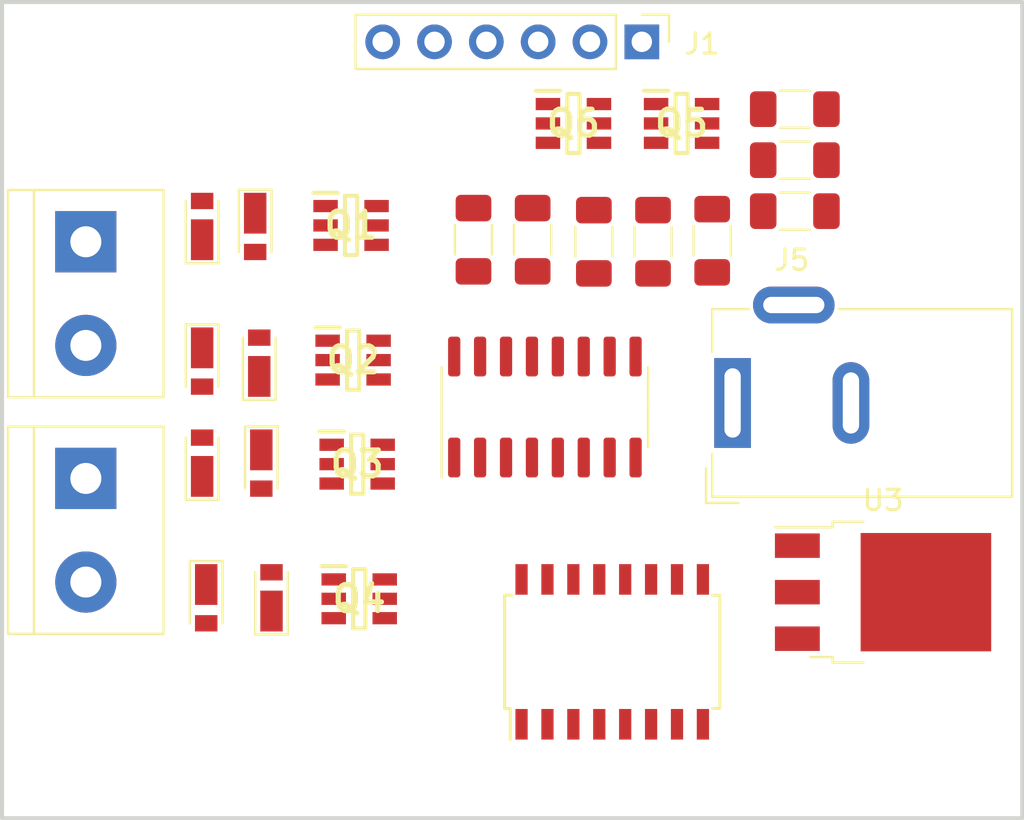
<source format=kicad_pcb>
(kicad_pcb (version 20240108) (generator "pcbnew") (generator_version "8.0")
  (layers (0 "F.Cu" signal) (31 "B.Cu" signal) (34 "B.Paste" user) (35 "F.Paste" user) (36 "B.SilkS" user "B.Silkscreen") (37 "F.SilkS" user "F.Silkscreen") (38 "B.Mask" user) (39 "F.Mask" user) (44 "Edge.Cuts" user))
  (net 0 "")
  (net 1 "+12V")
  (net 2 "Earth")
  (net 3 "Net-(D1-A)")
  (net 4 "Net-(D3-A)")
  (net 5 "Net-(D5-A)")
  (net 6 "Net-(D7-A)")
  (net 7 "Net-(J1-Pin_1)")
  (net 8 "Net-(J1-Pin_4)")
  (net 9 "Net-(J1-Pin_2)")
  (net 10 "Net-(J1-Pin_3)")
  (net 11 "Net-(J1-Pin_5)")
  (net 12 "Net-(Q1-B2)")
  (net 13 "Net-(Q1-B1)")
  (net 14 "Net-(Q2-B2)")
  (net 15 "Net-(Q2-B1)")
  (net 16 "Net-(Q3-B1)")
  (net 17 "Net-(Q3-B2)")
  (net 18 "Net-(RN1-R7.2)")
  (net 19 "Net-(RN1-R1.2)")
  (net 20 "Net-(RN1-R5.2)")
  (net 21 "Net-(RN1-R3.2)")
  (net 28 "Net-(Q4-B2)")
  (net 29 "Net-(Q4-B1)")
  (net 30 "Net-(Q5-C1)")
  (net 31 "Net-(Q5-C2)")
  (net 32 "Net-(Q5-B1)")
  (net 33 "Net-(Q5-B2)")
  (net 34 "Net-(Q6-C1)")
  (net 35 "Net-(Q6-B2)")
  (net 36 "Net-(Q6-B1)")
  (net 37 "Net-(Q6-C2)")
  (footprint "Package_SO:SOIC-16_3.9x9.9mm_P1.27mm" (layer "F.Cu") (at 96.3 89.7 90)
    (property "Reference" "U1" (hide yes))
    (property "Value" "4028" (hide yes))
    (fp_line (start 0 -5.06) (end 1.95 -5.06) (stroke (width 0.12)) (layer "F.SilkS"))
    (fp_line (start 0 -5.06) (end -3.45 -5.06) (stroke (width 0.12)) (layer "F.SilkS"))
    (fp_line (start 0 5.06) (end 1.95 5.06) (stroke (width 0.12)) (layer "F.SilkS"))
    (fp_line (start 0 5.06) (end -1.95 5.06) (stroke (width 0.12)) (layer "F.SilkS"))
    (pad "1" smd roundrect (at -2.475 -4.445 90) (size 1.95 0.6) (layers "F.Cu" "F.Paste" "F.Mask"))
    (pad "2" smd roundrect (at -2.475 -3.175 90) (size 1.95 0.6) (layers "F.Cu" "F.Paste" "F.Mask") (net 21 "Net-(RN1-R3.2)"))
    (pad "3" smd roundrect (at -2.475 -1.905 90) (size 1.95 0.6) (layers "F.Cu" "F.Paste" "F.Mask") (net 18 "Net-(RN1-R7.2)"))
    (pad "4" smd roundrect (at -2.475 -0.635 90) (size 1.95 0.6) (layers "F.Cu" "F.Paste" "F.Mask"))
    (pad "5" smd roundrect (at -2.475 0.635 90) (size 1.95 0.6) (layers "F.Cu" "F.Paste" "F.Mask"))
    (pad "6" smd roundrect (at -2.475 1.905 90) (size 1.95 0.6) (layers "F.Cu" "F.Paste" "F.Mask"))
    (pad "7" smd roundrect (at -2.475 3.175 90) (size 1.95 0.6) (layers "F.Cu" "F.Paste" "F.Mask"))
    (pad "8" smd roundrect (at -2.475 4.445 90) (size 1.95 0.6) (layers "F.Cu" "F.Paste" "F.Mask") (net 2 "Earth"))
    (pad "9" smd roundrect (at 2.475 4.445 90) (size 1.95 0.6) (layers "F.Cu" "F.Paste" "F.Mask"))
    (pad "10" smd roundrect (at 2.475 3.175 90) (size 1.95 0.6) (layers "F.Cu" "F.Paste" "F.Mask") (net 30 "Net-(Q5-C1)"))
    (pad "11" smd roundrect (at 2.475 1.905 90) (size 1.95 0.6) (layers "F.Cu" "F.Paste" "F.Mask") (net 37 "Net-(Q6-C2)"))
    (pad "12" smd roundrect (at 2.475 0.635 90) (size 1.95 0.6) (layers "F.Cu" "F.Paste" "F.Mask") (net 34 "Net-(Q6-C1)"))
    (pad "13" smd roundrect (at 2.475 -0.635 90) (size 1.95 0.6) (layers "F.Cu" "F.Paste" "F.Mask") (net 31 "Net-(Q5-C2)"))
    (pad "14" smd roundrect (at 2.475 -1.905 90) (size 1.95 0.6) (layers "F.Cu" "F.Paste" "F.Mask") (net 20 "Net-(RN1-R5.2)"))
    (pad "15" smd roundrect (at 2.475 -3.175 90) (size 1.95 0.6) (layers "F.Cu" "F.Paste" "F.Mask") (net 19 "Net-(RN1-R1.2)"))
    (pad "16" smd roundrect (at 2.475 -4.445 90) (size 1.95 0.6) (layers "F.Cu" "F.Paste" "F.Mask") (net 1 "+12V"))
  )
  (footprint "Package_TO_SOT_SMD:TO-252-3_TabPin2" (layer "F.Cu") (at 112.875 98.775)
    (property "Reference" "U3" (at 0 -4.5 0) (layer "F.SilkS"))
    (property "Value" "L7805" (hide yes))
    (fp_line (start -2.47 -3.45) (end -2.47 -3.18) (stroke (width 0.12)) (layer "F.SilkS"))
    (fp_line (start -2.47 -3.18) (end -5.3 -3.18) (stroke (width 0.12)) (layer "F.SilkS"))
    (fp_line (start -2.47 3.18) (end -3.57 3.18) (stroke (width 0.12)) (layer "F.SilkS"))
    (fp_line (start -2.47 3.45) (end -2.47 3.18) (stroke (width 0.12)) (layer "F.SilkS"))
    (fp_line (start -0.97 -3.45) (end -2.47 -3.45) (stroke (width 0.12)) (layer "F.SilkS"))
    (fp_line (start -0.97 3.45) (end -2.47 3.45) (stroke (width 0.12)) (layer "F.SilkS"))
    (pad "1" smd rect (at -4.2 -2.28) (size 2.2 1.2) (layers "F.Cu" "F.Paste" "F.Mask") (net 1 "+12V"))
    (pad "2" smd rect (at -4.2 0) (size 2.2 1.2) (layers "F.Cu" "F.Paste" "F.Mask") (net 2 "Earth"))
    (pad "2" smd rect (at 2.1 0) (size 6.4 5.8) (layers "F.Cu" "F.Mask") (net 2 "Earth"))
    (pad "3" smd rect (at -4.2 2.28) (size 2.2 1.2) (layers "F.Cu" "F.Paste" "F.Mask") (net 11 "Net-(J1-Pin_5)"))
  )
  (footprint "SamacSys_Parts:SOT95P280X110-6N" (layer "F.Cu") (at 103 75.8)
    (property "Reference" "Q5" (at 0 0 0) (layer "F.SilkS") (effects (font (size 1.27 1.27) (thickness 0.254))))
    (property "Value" "FMBM5551" (hide yes))
    (fp_line (start -1.85 -1.6) (end -0.65 -1.6) (stroke (width 0.2)) (layer "F.SilkS"))
    (fp_line (start -0.3 -1.45) (end 0.3 -1.45) (stroke (width 0.2)) (layer "F.SilkS"))
    (fp_line (start -0.3 1.45) (end -0.3 -1.45) (stroke (width 0.2)) (layer "F.SilkS"))
    (fp_line (start 0.3 -1.45) (end 0.3 1.45) (stroke (width 0.2)) (layer "F.SilkS"))
    (fp_line (start 0.3 1.45) (end -0.3 1.45) (stroke (width 0.2)) (layer "F.SilkS"))
    (pad "1" smd rect (at -1.25 -0.95 90) (size 0.6 1.2) (layers "F.Cu" "F.Paste" "F.Mask") (net 32 "Net-(Q5-B1)"))
    (pad "2" smd rect (at -1.25 0 90) (size 0.6 1.2) (layers "F.Cu" "F.Paste" "F.Mask") (net 2 "Earth"))
    (pad "3" smd rect (at -1.25 0.95 90) (size 0.6 1.2) (layers "F.Cu" "F.Paste" "F.Mask") (net 33 "Net-(Q5-B2)"))
    (pad "4" smd rect (at 1.25 0.95 90) (size 0.6 1.2) (layers "F.Cu" "F.Paste" "F.Mask") (net 31 "Net-(Q5-C2)"))
    (pad "5" smd rect (at 1.25 0 90) (size 0.6 1.2) (layers "F.Cu" "F.Paste" "F.Mask") (net 2 "Earth"))
    (pad "6" smd rect (at 1.25 -0.95 90) (size 0.6 1.2) (layers "F.Cu" "F.Paste" "F.Mask") (net 30 "Net-(Q5-C1)"))
  )
  (footprint "Diode_SMD:D_TUMD2" (layer "F.Cu") (at 82.3 87.55 90)
    (property "Reference" "D3" (hide yes))
    (property "Value" "1N4149" (hide yes))
    (fp_line (start -1.8 -0.8) (end 1.25 -0.8) (stroke (width 0.12)) (layer "F.SilkS"))
    (fp_line (start 1.25 0.8) (end -1.8 0.8) (stroke (width 0.12)) (layer "F.SilkS"))
    (fp_line (start -1.8 0.8) (end -1.8 -0.8) (stroke (width 0.12)) (layer "F.SilkS"))
    (pad "1" smd rect (at -0.65 0 270) (size 2 1.1) (layers "F.Cu" "F.Paste" "F.Mask") (net 1 "+12V"))
    (pad "2" smd rect (at 1.25 0 270) (size 0.8 1.1) (layers "F.Cu" "F.Paste" "F.Mask") (net 4 "Net-(D3-A)"))
  )
  (footprint "Diode_SMD:D_TUMD2" (layer "F.Cu") (at 82.4 92.45 -90)
    (property "Reference" "D5" (hide yes))
    (property "Value" "1N4149" (hide yes))
    (fp_line (start -1.8 0.8) (end -1.8 -0.8) (stroke (width 0.12)) (layer "F.SilkS"))
    (fp_line (start 1.25 0.8) (end -1.8 0.8) (stroke (width 0.12)) (layer "F.SilkS"))
    (fp_line (start -1.8 -0.8) (end 1.25 -0.8) (stroke (width 0.12)) (layer "F.SilkS"))
    (pad "1" smd rect (at -0.65 0 90) (size 2 1.1) (layers "F.Cu" "F.Paste" "F.Mask") (net 1 "+12V"))
    (pad "2" smd rect (at 1.25 0 90) (size 0.8 1.1) (layers "F.Cu" "F.Paste" "F.Mask") (net 5 "Net-(D5-A)"))
  )
  (footprint "Connector_PinHeader_2.54mm:PinHeader_1x06_P2.54mm_Vertical" (layer "F.Cu") (at 101.05 71.8 -90)
    (property "Reference" "J1" (at 0.1 -2.95 180) (layer "F.SilkS"))
    (property "Value" "mcu intf")
    (fp_line (start -1.33 14.03) (end 1.33 14.03) (stroke (width 0.12)) (layer "F.SilkS"))
    (fp_line (start -1.33 1.27) (end -1.33 14.03) (stroke (width 0.12)) (layer "F.SilkS"))
    (fp_line (start -1.33 1.27) (end 1.33 1.27) (stroke (width 0.12)) (layer "F.SilkS"))
    (fp_line (start 1.33 1.27) (end 1.33 14.03) (stroke (width 0.12)) (layer "F.SilkS"))
    (fp_line (start -1.33 0) (end -1.33 -1.33) (stroke (width 0.12)) (layer "F.SilkS"))
    (fp_line (start -1.33 -1.33) (end 0 -1.33) (stroke (width 0.12)) (layer "F.SilkS"))
    (pad "1" thru_hole rect (at 0 0 270) (size 1.7 1.7) (drill 1) (layers "*.Cu" "*.Mask") (net 7 "Net-(J1-Pin_1)"))
    (pad "2" thru_hole oval (at 0 2.54 270) (size 1.7 1.7) (drill 1) (layers "*.Cu" "*.Mask") (net 9 "Net-(J1-Pin_2)"))
    (pad "3" thru_hole oval (at 0 5.08 270) (size 1.7 1.7) (drill 1) (layers "*.Cu" "*.Mask") (net 10 "Net-(J1-Pin_3)"))
    (pad "4" thru_hole oval (at 0 7.62 270) (size 1.7 1.7) (drill 1) (layers "*.Cu" "*.Mask") (net 8 "Net-(J1-Pin_4)"))
    (pad "5" thru_hole oval (at 0 10.16 270) (size 1.7 1.7) (drill 1) (layers "*.Cu" "*.Mask") (net 11 "Net-(J1-Pin_5)"))
    (pad "6" thru_hole oval (at 0 12.7 270) (size 1.7 1.7) (drill 1) (layers "*.Cu" "*.Mask") (net 2 "Earth"))
  )
  (footprint "MountingHole:MountingHole_3.2mm_M3" (layer "F.Cu") (at 73.3 106.3)
    (property "Reference" "H2" (hide yes))
    (property "Value" "MountingHole" (hide yes))
    (pad "" np_thru_hole circle (at 0 0) (size 3.2 3.2) (drill 3.2) (layers "*.Cu" "*.Mask"))
  )
  (footprint "Diode_SMD:D_TUMD2" (layer "F.Cu") (at 79.7 99.05 -90)
    (property "Reference" "D8" (hide yes))
    (property "Value" "1N4149" (hide yes))
    (fp_line (start -1.8 0.8) (end -1.8 -0.8) (stroke (width 0.12)) (layer "F.SilkS"))
    (fp_line (start 1.25 0.8) (end -1.8 0.8) (stroke (width 0.12)) (layer "F.SilkS"))
    (fp_line (start -1.8 -0.8) (end 1.25 -0.8) (stroke (width 0.12)) (layer "F.SilkS"))
    (pad "1" smd rect (at -0.65 0 90) (size 2 1.1) (layers "F.Cu" "F.Paste" "F.Mask") (net 6 "Net-(D7-A)"))
    (pad "2" smd rect (at 1.25 0 90) (size 0.8 1.1) (layers "F.Cu" "F.Paste" "F.Mask") (net 2 "Earth"))
  )
  (footprint "Diode_SMD:D_TUMD2" (layer "F.Cu") (at 79.5 92.45 90)
    (property "Reference" "D6" (hide yes))
    (property "Value" "1N4149" (hide yes))
    (fp_line (start -1.8 -0.8) (end 1.25 -0.8) (stroke (width 0.12)) (layer "F.SilkS"))
    (fp_line (start 1.25 0.8) (end -1.8 0.8) (stroke (width 0.12)) (layer "F.SilkS"))
    (fp_line (start -1.8 0.8) (end -1.8 -0.8) (stroke (width 0.12)) (layer "F.SilkS"))
    (pad "1" smd rect (at -0.65 0 270) (size 2 1.1) (layers "F.Cu" "F.Paste" "F.Mask") (net 5 "Net-(D5-A)"))
    (pad "2" smd rect (at 1.25 0 270) (size 0.8 1.1) (layers "F.Cu" "F.Paste" "F.Mask") (net 2 "Earth"))
  )
  (footprint "Resistor_SMD:R_1206_3216Metric_Pad1.30x1.75mm_HandSolder" (layer "F.Cu") (at 95.7 81.5 90)
    (property "Reference" "R5" (hide yes))
    (property "Value" "10k" (hide yes))
    (fp_line (start -0.727064 -0.91) (end 0.727064 -0.91) (stroke (width 0.12)) (layer "F.SilkS"))
    (fp_line (start -0.727064 0.91) (end 0.727064 0.91) (stroke (width 0.12)) (layer "F.SilkS"))
    (pad "1" smd roundrect (at -1.55 0 90) (size 1.3 1.75) (layers "F.Cu" "F.Paste" "F.Mask") (roundrect_rratio 0.192308) (net 32 "Net-(Q5-B1)"))
    (pad "2" smd roundrect (at 1.55 0 90) (size 1.3 1.75) (layers "F.Cu" "F.Paste" "F.Mask") (roundrect_rratio 0.192308) (net 7 "Net-(J1-Pin_1)"))
  )
  (footprint "TerminalBlock:TerminalBlock_bornier-2_P5.08mm" (layer "F.Cu") (at 73.8 81.6 -90)
    (property "Reference" "J2" (hide yes))
    (property "Value" "Phase-A")
    (fp_line (start -2.54 3.81) (end 7.62 3.81) (stroke (width 0.12)) (layer "F.SilkS"))
    (fp_line (start 7.62 3.81) (end 7.62 -3.81) (stroke (width 0.12)) (layer "F.SilkS"))
    (fp_line (start 7.62 2.54) (end -2.54 2.54) (stroke (width 0.12)) (layer "F.SilkS"))
    (fp_line (start -2.54 -3.81) (end -2.54 3.81) (stroke (width 0.12)) (layer "F.SilkS"))
    (fp_line (start 7.62 -3.81) (end -2.54 -3.81) (stroke (width 0.12)) (layer "F.SilkS"))
    (pad "1" thru_hole rect (at 0 0 270) (size 3 3) (drill 1.52) (layers "*.Cu" "*.Mask") (net 3 "Net-(D1-A)"))
    (pad "2" thru_hole circle (at 5.08 0 270) (size 3 3) (drill 1.52) (layers "*.Cu" "*.Mask") (net 4 "Net-(D3-A)"))
  )
  (footprint "Resistor_SMD:R_1206_3216Metric_Pad1.30x1.75mm_HandSolder" (layer "F.Cu") (at 108.55 77.6 180)
    (property "Reference" "R2" (hide yes))
    (property "Value" "10k" (hide yes))
    (fp_line (start -0.727064 0.91) (end 0.727064 0.91) (stroke (width 0.12)) (layer "F.SilkS"))
    (fp_line (start -0.727064 -0.91) (end 0.727064 -0.91) (stroke (width 0.12)) (layer "F.SilkS"))
    (pad "1" smd roundrect (at -1.55 0 180) (size 1.3 1.75) (layers "F.Cu" "F.Paste" "F.Mask") (roundrect_rratio 0.192308) (net 1 "+12V"))
    (pad "2" smd roundrect (at 1.55 0 180) (size 1.3 1.75) (layers "F.Cu" "F.Paste" "F.Mask") (roundrect_rratio 0.192308) (net 31 "Net-(Q5-C2)"))
  )
  (footprint "Resistor_SMD:R_1206_3216Metric_Pad1.30x1.75mm_HandSolder" (layer "F.Cu") (at 104.5 81.55 -90)
    (property "Reference" "R4" (hide yes))
    (property "Value" "10k" (hide yes))
    (fp_line (start -0.727064 0.91) (end 0.727064 0.91) (stroke (width 0.12)) (layer "F.SilkS"))
    (fp_line (start -0.727064 -0.91) (end 0.727064 -0.91) (stroke (width 0.12)) (layer "F.SilkS"))
    (pad "1" smd roundrect (at -1.55 0 270) (size 1.3 1.75) (layers "F.Cu" "F.Paste" "F.Mask") (roundrect_rratio 0.192308) (net 1 "+12V"))
    (pad "2" smd roundrect (at 1.55 0 270) (size 1.3 1.75) (layers "F.Cu" "F.Paste" "F.Mask") (roundrect_rratio 0.192308) (net 37 "Net-(Q6-C2)"))
  )
  (footprint "SamacSys_Parts:SOT95P280X110-6N" (layer "F.Cu") (at 86.8 80.8)
    (property "Reference" "Q1" (at 0 0 0) (layer "F.SilkS") (effects (font (size 1.27 1.27) (thickness 0.254))))
    (property "Value" "FMBM5551" (hide yes))
    (fp_line (start -1.85 -1.6) (end -0.65 -1.6) (stroke (width 0.2)) (layer "F.SilkS"))
    (fp_line (start -0.3 -1.45) (end 0.3 -1.45) (stroke (width 0.2)) (layer "F.SilkS"))
    (fp_line (start -0.3 1.45) (end -0.3 -1.45) (stroke (width 0.2)) (layer "F.SilkS"))
    (fp_line (start 0.3 -1.45) (end 0.3 1.45) (stroke (width 0.2)) (layer "F.SilkS"))
    (fp_line (start 0.3 1.45) (end -0.3 1.45) (stroke (width 0.2)) (layer "F.SilkS"))
    (pad "1" smd rect (at -1.25 -0.95 90) (size 0.6 1.2) (layers "F.Cu" "F.Paste" "F.Mask") (net 13 "Net-(Q1-B1)"))
    (pad "2" smd rect (at -1.25 0 90) (size 0.6 1.2) (layers "F.Cu" "F.Paste" "F.Mask") (net 2 "Earth"))
    (pad "3" smd rect (at -1.25 0.95 90) (size 0.6 1.2) (layers "F.Cu" "F.Paste" "F.Mask") (net 12 "Net-(Q1-B2)"))
    (pad "4" smd rect (at 1.25 0.95 90) (size 0.6 1.2) (layers "F.Cu" "F.Paste" "F.Mask") (net 3 "Net-(D1-A)"))
    (pad "5" smd rect (at 1.25 0 90) (size 0.6 1.2) (layers "F.Cu" "F.Paste" "F.Mask") (net 3 "Net-(D1-A)"))
    (pad "6" smd rect (at 1.25 -0.95 90) (size 0.6 1.2) (layers "F.Cu" "F.Paste" "F.Mask") (net 1 "+12V"))
  )
  (footprint "SamacSys_Parts:SOT95P280X110-6N" (layer "F.Cu") (at 97.7 75.8)
    (property "Reference" "Q6" (at 0 0 0) (layer "F.SilkS") (effects (font (size 1.27 1.27) (thickness 0.254))))
    (property "Value" "FMBM5551" (hide yes))
    (fp_line (start -1.85 -1.6) (end -0.65 -1.6) (stroke (width 0.2)) (layer "F.SilkS"))
    (fp_line (start -0.3 -1.45) (end 0.3 -1.45) (stroke (width 0.2)) (layer "F.SilkS"))
    (fp_line (start -0.3 1.45) (end -0.3 -1.45) (stroke (width 0.2)) (layer "F.SilkS"))
    (fp_line (start 0.3 -1.45) (end 0.3 1.45) (stroke (width 0.2)) (layer "F.SilkS"))
    (fp_line (start 0.3 1.45) (end -0.3 1.45) (stroke (width 0.2)) (layer "F.SilkS"))
    (pad "1" smd rect (at -1.25 -0.95 90) (size 0.6 1.2) (layers "F.Cu" "F.Paste" "F.Mask") (net 36 "Net-(Q6-B1)"))
    (pad "2" smd rect (at -1.25 0 90) (size 0.6 1.2) (layers "F.Cu" "F.Paste" "F.Mask") (net 2 "Earth"))
    (pad "3" smd rect (at -1.25 0.95 90) (size 0.6 1.2) (layers "F.Cu" "F.Paste" "F.Mask") (net 35 "Net-(Q6-B2)"))
    (pad "4" smd rect (at 1.25 0.95 90) (size 0.6 1.2) (layers "F.Cu" "F.Paste" "F.Mask") (net 37 "Net-(Q6-C2)"))
    (pad "5" smd rect (at 1.25 0 90) (size 0.6 1.2) (layers "F.Cu" "F.Paste" "F.Mask") (net 2 "Earth"))
    (pad "6" smd rect (at 1.25 -0.95 90) (size 0.6 1.2) (layers "F.Cu" "F.Paste" "F.Mask") (net 34 "Net-(Q6-C1)"))
  )
  (footprint "MountingHole:MountingHole_3.2mm_M3" (layer "F.Cu") (at 73.3 73.4)
    (property "Reference" "H1" (hide yes))
    (property "Value" "MountingHole" (hide yes))
    (pad "" np_thru_hole circle (at 0 0) (size 3.2 3.2) (drill 3.2) (layers "*.Cu" "*.Mask"))
  )
  (footprint "Diode_SMD:D_TUMD2" (layer "F.Cu") (at 79.5 80.85 90)
    (property "Reference" "D2" (hide yes))
    (property "Value" "1N4149" (hide yes))
    (fp_line (start -1.8 -0.8) (end 1.25 -0.8) (stroke (width 0.12)) (layer "F.SilkS"))
    (fp_line (start 1.25 0.8) (end -1.8 0.8) (stroke (width 0.12)) (layer "F.SilkS"))
    (fp_line (start -1.8 0.8) (end -1.8 -0.8) (stroke (width 0.12)) (layer "F.SilkS"))
    (pad "1" smd rect (at -0.65 0 270) (size 2 1.1) (layers "F.Cu" "F.Paste" "F.Mask") (net 3 "Net-(D1-A)"))
    (pad "2" smd rect (at 1.25 0 270) (size 0.8 1.1) (layers "F.Cu" "F.Paste" "F.Mask") (net 2 "Earth"))
  )
  (footprint "Package_SO:SOIC-16W_5.3x10.2mm_P1.27mm" (layer "F.Cu") (at 99.6 101.7 90)
    (property "Reference" "RN1" (hide yes))
    (property "Value" "R_Pack08" (hide yes))
    (fp_line (start 2.775 -5.275) (end 2.775 -4.92) (stroke (width 0.15)) (layer "F.SilkS"))
    (fp_line (start -2.775 -5.275) (end 2.775 -5.275) (stroke (width 0.15)) (layer "F.SilkS"))
    (fp_line (start -2.775 -5.275) (end -2.775 -5) (stroke (width 0.15)) (layer "F.SilkS"))
    (fp_line (start -2.775 -5) (end -4.3 -5) (stroke (width 0.15)) (layer "F.SilkS"))
    (fp_line (start 2.775 5.275) (end 2.775 4.92) (stroke (width 0.15)) (layer "F.SilkS"))
    (fp_line (start -2.775 5.275) (end -2.775 4.92) (stroke (width 0.15)) (layer "F.SilkS"))
    (fp_line (start -2.775 5.275) (end 2.775 5.275) (stroke (width 0.15)) (layer "F.SilkS"))
    (pad "1" smd rect (at -3.55 -4.445 90) (size 1.5 0.6) (layers "F.Cu" "F.Paste" "F.Mask") (net 17 "Net-(Q3-B2)"))
    (pad "2" smd rect (at -3.55 -3.175 90) (size 1.5 0.6) (layers "F.Cu" "F.Paste" "F.Mask") (net 29 "Net-(Q4-B1)"))
    (pad "3" smd rect (at -3.55 -1.905 90) (size 1.5 0.6) (layers "F.Cu" "F.Paste" "F.Mask") (net 28 "Net-(Q4-B2)"))
    (pad "4" smd rect (at -3.55 -0.635 90) (size 1.5 0.6) (layers "F.Cu" "F.Paste" "F.Mask") (net 16 "Net-(Q3-B1)"))
    (pad "5" smd rect (at -3.55 0.635 90) (size 1.5 0.6) (layers "F.Cu" "F.Paste" "F.Mask") (net 12 "Net-(Q1-B2)"))
    (pad "6" smd rect (at -3.55 1.905 90) (size 1.5 0.6) (layers "F.Cu" "F.Paste" "F.Mask") (net 14 "Net-(Q2-B2)"))
    (pad "7" smd rect (at -3.55 3.175 90) (size 1.5 0.6) (layers "F.Cu" "F.Paste" "F.Mask") (net 15 "Net-(Q2-B1)"))
    (pad "8" smd rect (at -3.55 4.445 90) (size 1.5 0.6) (layers "F.Cu" "F.Paste" "F.Mask") (net 13 "Net-(Q1-B1)"))
    (pad "9" smd rect (at 3.55 4.445 90) (size 1.5 0.6) (layers "F.Cu" "F.Paste" "F.Mask") (net 18 "Net-(RN1-R7.2)"))
    (pad "10" smd rect (at 3.55 3.175 90) (size 1.5 0.6) (layers "F.Cu" "F.Paste" "F.Mask") (net 18 "Net-(RN1-R7.2)"))
    (pad "11" smd rect (at 3.55 1.905 90) (size 1.5 0.6) (layers "F.Cu" "F.Paste" "F.Mask") (net 20 "Net-(RN1-R5.2)"))
    (pad "12" smd rect (at 3.55 0.635 90) (size 1.5 0.6) (layers "F.Cu" "F.Paste" "F.Mask") (net 20 "Net-(RN1-R5.2)"))
    (pad "13" smd rect (at 3.55 -0.635 90) (size 1.5 0.6) (layers "F.Cu" "F.Paste" "F.Mask") (net 21 "Net-(RN1-R3.2)"))
    (pad "14" smd rect (at 3.55 -1.905 90) (size 1.5 0.6) (layers "F.Cu" "F.Paste" "F.Mask") (net 21 "Net-(RN1-R3.2)"))
    (pad "15" smd rect (at 3.55 -3.175 90) (size 1.5 0.6) (layers "F.Cu" "F.Paste" "F.Mask") (net 19 "Net-(RN1-R1.2)"))
    (pad "16" smd rect (at 3.55 -4.445 90) (size 1.5 0.6) (layers "F.Cu" "F.Paste" "F.Mask") (net 19 "Net-(RN1-R1.2)"))
  )
  (footprint "Diode_SMD:D_TUMD2" (layer "F.Cu") (at 79.5 87.45 -90)
    (property "Reference" "D4" (hide yes))
    (property "Value" "1N4149" (hide yes))
    (fp_line (start -1.8 0.8) (end -1.8 -0.8) (stroke (width 0.12)) (layer "F.SilkS"))
    (fp_line (start 1.25 0.8) (end -1.8 0.8) (stroke (width 0.12)) (layer "F.SilkS"))
    (fp_line (start -1.8 -0.8) (end 1.25 -0.8) (stroke (width 0.12)) (layer "F.SilkS"))
    (pad "1" smd rect (at -0.65 0 90) (size 2 1.1) (layers "F.Cu" "F.Paste" "F.Mask") (net 4 "Net-(D3-A)"))
    (pad "2" smd rect (at 1.25 0 90) (size 0.8 1.1) (layers "F.Cu" "F.Paste" "F.Mask") (net 2 "Earth"))
  )
  (footprint "MountingHole:MountingHole_3.2mm_M3" (layer "F.Cu") (at 116.1 73.4)
    (property "Reference" "H3" (hide yes))
    (property "Value" "MountingHole" (hide yes))
    (pad "" np_thru_hole circle (at 0 0) (size 3.2 3.2) (drill 3.2) (layers "*.Cu" "*.Mask"))
  )
  (footprint "SamacSys_Parts:SOT95P280X110-6N" (layer "F.Cu") (at 87.2 99.1)
    (property "Reference" "Q4" (at 0 0 0) (layer "F.SilkS") (effects (font (size 1.27 1.27) (thickness 0.254))))
    (property "Value" "FMBM5551" (hide yes))
    (fp_line (start -1.85 -1.6) (end -0.65 -1.6) (stroke (width 0.2)) (layer "F.SilkS"))
    (fp_line (start -0.3 -1.45) (end 0.3 -1.45) (stroke (width 0.2)) (layer "F.SilkS"))
    (fp_line (start -0.3 1.45) (end -0.3 -1.45) (stroke (width 0.2)) (layer "F.SilkS"))
    (fp_line (start 0.3 -1.45) (end 0.3 1.45) (stroke (width 0.2)) (layer "F.SilkS"))
    (fp_line (start 0.3 1.45) (end -0.3 1.45) (stroke (width 0.2)) (layer "F.SilkS"))
    (pad "1" smd rect (at -1.25 -0.95 90) (size 0.6 1.2) (layers "F.Cu" "F.Paste" "F.Mask") (net 29 "Net-(Q4-B1)"))
    (pad "2" smd rect (at -1.25 0 90) (size 0.6 1.2) (layers "F.Cu" "F.Paste" "F.Mask") (net 2 "Earth"))
    (pad "3" smd rect (at -1.25 0.95 90) (size 0.6 1.2) (layers "F.Cu" "F.Paste" "F.Mask") (net 28 "Net-(Q4-B2)"))
    (pad "4" smd rect (at 1.25 0.95 90) (size 0.6 1.2) (layers "F.Cu" "F.Paste" "F.Mask") (net 6 "Net-(D7-A)"))
    (pad "5" smd rect (at 1.25 0 90) (size 0.6 1.2) (layers "F.Cu" "F.Paste" "F.Mask") (net 6 "Net-(D7-A)"))
    (pad "6" smd rect (at 1.25 -0.95 90) (size 0.6 1.2) (layers "F.Cu" "F.Paste" "F.Mask") (net 1 "+12V"))
  )
  (footprint "Diode_SMD:D_TUMD2" (layer "F.Cu") (at 82.9 99.05 90)
    (property "Reference" "D7" (hide yes))
    (property "Value" "1N4149" (hide yes))
    (fp_line (start -1.8 -0.8) (end 1.25 -0.8) (stroke (width 0.12)) (layer "F.SilkS"))
    (fp_line (start 1.25 0.8) (end -1.8 0.8) (stroke (width 0.12)) (layer "F.SilkS"))
    (fp_line (start -1.8 0.8) (end -1.8 -0.8) (stroke (width 0.12)) (layer "F.SilkS"))
    (pad "1" smd rect (at -0.65 0 270) (size 2 1.1) (layers "F.Cu" "F.Paste" "F.Mask") (net 1 "+12V"))
    (pad "2" smd rect (at 1.25 0 270) (size 0.8 1.1) (layers "F.Cu" "F.Paste" "F.Mask") (net 6 "Net-(D7-A)"))
  )
  (footprint "Resistor_SMD:R_1206_3216Metric_Pad1.30x1.75mm_HandSolder" (layer "F.Cu") (at 98.7 81.6 90)
    (property "Reference" "R8" (hide yes))
    (property "Value" "10k" (hide yes))
    (fp_line (start -0.727064 -0.91) (end 0.727064 -0.91) (stroke (width 0.12)) (layer "F.SilkS"))
    (fp_line (start -0.727064 0.91) (end 0.727064 0.91) (stroke (width 0.12)) (layer "F.SilkS"))
    (pad "1" smd roundrect (at -1.55 0 90) (size 1.3 1.75) (layers "F.Cu" "F.Paste" "F.Mask") (roundrect_rratio 0.192308) (net 35 "Net-(Q6-B2)"))
    (pad "2" smd roundrect (at 1.55 0 90) (size 1.3 1.75) (layers "F.Cu" "F.Paste" "F.Mask") (roundrect_rratio 0.192308) (net 8 "Net-(J1-Pin_4)"))
  )
  (footprint "TerminalBlock:TerminalBlock_bornier-2_P5.08mm" (layer "F.Cu") (at 73.8 93.2 -90)
    (property "Reference" "J3" (hide yes))
    (property "Value" "Phase-B")
    (fp_line (start -2.54 3.81) (end 7.62 3.81) (stroke (width 0.12)) (layer "F.SilkS"))
    (fp_line (start 7.62 3.81) (end 7.62 -3.81) (stroke (width 0.12)) (layer "F.SilkS"))
    (fp_line (start 7.62 2.54) (end -2.54 2.54) (stroke (width 0.12)) (layer "F.SilkS"))
    (fp_line (start -2.54 -3.81) (end -2.54 3.81) (stroke (width 0.12)) (layer "F.SilkS"))
    (fp_line (start 7.62 -3.81) (end -2.54 -3.81) (stroke (width 0.12)) (layer "F.SilkS"))
    (pad "1" thru_hole rect (at 0 0 270) (size 3 3) (drill 1.52) (layers "*.Cu" "*.Mask") (net 5 "Net-(D5-A)"))
    (pad "2" thru_hole circle (at 5.08 0 270) (size 3 3) (drill 1.52) (layers "*.Cu" "*.Mask") (net 6 "Net-(D7-A)"))
  )
  (footprint "Diode_SMD:D_TUMD2" (layer "F.Cu") (at 82.1 80.85 -90)
    (property "Reference" "D1" (hide yes))
    (property "Value" "1N4149" (hide yes))
    (fp_line (start -1.8 0.8) (end -1.8 -0.8) (stroke (width 0.12)) (layer "F.SilkS"))
    (fp_line (start 1.25 0.8) (end -1.8 0.8) (stroke (width 0.12)) (layer "F.SilkS"))
    (fp_line (start -1.8 -0.8) (end 1.25 -0.8) (stroke (width 0.12)) (layer "F.SilkS"))
    (pad "1" smd rect (at -0.65 0 90) (size 2 1.1) (layers "F.Cu" "F.Paste" "F.Mask") (net 1 "+12V"))
    (pad "2" smd rect (at 1.25 0 90) (size 0.8 1.1) (layers "F.Cu" "F.Paste" "F.Mask") (net 3 "Net-(D1-A)"))
  )
  (footprint "Resistor_SMD:R_1206_3216Metric_Pad1.30x1.75mm_HandSolder" (layer "F.Cu") (at 101.6 81.6 90)
    (property "Reference" "R6" (hide yes))
    (property "Value" "10k" (hide yes))
    (fp_line (start -0.727064 -0.91) (end 0.727064 -0.91) (stroke (width 0.12)) (layer "F.SilkS"))
    (fp_line (start -0.727064 0.91) (end 0.727064 0.91) (stroke (width 0.12)) (layer "F.SilkS"))
    (pad "1" smd roundrect (at -1.55 0 90) (size 1.3 1.75) (layers "F.Cu" "F.Paste" "F.Mask") (roundrect_rratio 0.192308) (net 33 "Net-(Q5-B2)"))
    (pad "2" smd roundrect (at 1.55 0 90) (size 1.3 1.75) (layers "F.Cu" "F.Paste" "F.Mask") (roundrect_rratio 0.192308) (net 9 "Net-(J1-Pin_2)"))
  )
  (footprint "SamacSys_Parts:SOT95P280X110-6N" (layer "F.Cu") (at 86.9 87.4)
    (property "Reference" "Q2" (at 0 0 0) (layer "F.SilkS") (effects (font (size 1.27 1.27) (thickness 0.254))))
    (property "Value" "FMBM5551" (hide yes))
    (fp_line (start -1.85 -1.6) (end -0.65 -1.6) (stroke (width 0.2)) (layer "F.SilkS"))
    (fp_line (start -0.3 -1.45) (end 0.3 -1.45) (stroke (width 0.2)) (layer "F.SilkS"))
    (fp_line (start -0.3 1.45) (end -0.3 -1.45) (stroke (width 0.2)) (layer "F.SilkS"))
    (fp_line (start 0.3 -1.45) (end 0.3 1.45) (stroke (width 0.2)) (layer "F.SilkS"))
    (fp_line (start 0.3 1.45) (end -0.3 1.45) (stroke (width 0.2)) (layer "F.SilkS"))
    (pad "1" smd rect (at -1.25 -0.95 90) (size 0.6 1.2) (layers "F.Cu" "F.Paste" "F.Mask") (net 15 "Net-(Q2-B1)"))
    (pad "2" smd rect (at -1.25 0 90) (size 0.6 1.2) (layers "F.Cu" "F.Paste" "F.Mask") (net 2 "Earth"))
    (pad "3" smd rect (at -1.25 0.95 90) (size 0.6 1.2) (layers "F.Cu" "F.Paste" "F.Mask") (net 14 "Net-(Q2-B2)"))
    (pad "4" smd rect (at 1.25 0.95 90) (size 0.6 1.2) (layers "F.Cu" "F.Paste" "F.Mask") (net 4 "Net-(D3-A)"))
    (pad "5" smd rect (at 1.25 0 90) (size 0.6 1.2) (layers "F.Cu" "F.Paste" "F.Mask") (net 4 "Net-(D3-A)"))
    (pad "6" smd rect (at 1.25 -0.95 90) (size 0.6 1.2) (layers "F.Cu" "F.Paste" "F.Mask") (net 1 "+12V"))
  )
  (footprint "Resistor_SMD:R_1206_3216Metric_Pad1.30x1.75mm_HandSolder" (layer "F.Cu") (at 108.55 80.1 180)
    (property "Reference" "R3" (hide yes))
    (property "Value" "10k" (hide yes))
    (fp_line (start -0.727064 0.91) (end 0.727064 0.91) (stroke (width 0.12)) (layer "F.SilkS"))
    (fp_line (start -0.727064 -0.91) (end 0.727064 -0.91) (stroke (width 0.12)) (layer "F.SilkS"))
    (pad "1" smd roundrect (at -1.55 0 180) (size 1.3 1.75) (layers "F.Cu" "F.Paste" "F.Mask") (roundrect_rratio 0.192308) (net 1 "+12V"))
    (pad "2" smd roundrect (at 1.55 0 180) (size 1.3 1.75) (layers "F.Cu" "F.Paste" "F.Mask") (roundrect_rratio 0.192308) (net 34 "Net-(Q6-C1)"))
  )
  (footprint "SamacSys_Parts:SOT95P280X110-6N" (layer "F.Cu") (at 87.1 92.5)
    (property "Reference" "Q3" (at 0 0 0) (layer "F.SilkS") (effects (font (size 1.27 1.27) (thickness 0.254))))
    (property "Value" "FMBM5551" (hide yes))
    (fp_line (start -1.85 -1.6) (end -0.65 -1.6) (stroke (width 0.2)) (layer "F.SilkS"))
    (fp_line (start -0.3 -1.45) (end 0.3 -1.45) (stroke (width 0.2)) (layer "F.SilkS"))
    (fp_line (start -0.3 1.45) (end -0.3 -1.45) (stroke (width 0.2)) (layer "F.SilkS"))
    (fp_line (start 0.3 -1.45) (end 0.3 1.45) (stroke (width 0.2)) (layer "F.SilkS"))
    (fp_line (start 0.3 1.45) (end -0.3 1.45) (stroke (width 0.2)) (layer "F.SilkS"))
    (pad "1" smd rect (at -1.25 -0.95 90) (size 0.6 1.2) (layers "F.Cu" "F.Paste" "F.Mask") (net 16 "Net-(Q3-B1)"))
    (pad "2" smd rect (at -1.25 0 90) (size 0.6 1.2) (layers "F.Cu" "F.Paste" "F.Mask") (net 2 "Earth"))
    (pad "3" smd rect (at -1.25 0.95 90) (size 0.6 1.2) (layers "F.Cu" "F.Paste" "F.Mask") (net 17 "Net-(Q3-B2)"))
    (pad "4" smd rect (at 1.25 0.95 90) (size 0.6 1.2) (layers "F.Cu" "F.Paste" "F.Mask") (net 5 "Net-(D5-A)"))
    (pad "5" smd rect (at 1.25 0 90) (size 0.6 1.2) (layers "F.Cu" "F.Paste" "F.Mask") (net 5 "Net-(D5-A)"))
    (pad "6" smd rect (at 1.25 -0.95 90) (size 0.6 1.2) (layers "F.Cu" "F.Paste" "F.Mask") (net 1 "+12V"))
  )
  (footprint "Resistor_SMD:R_1206_3216Metric_Pad1.30x1.75mm_HandSolder" (layer "F.Cu") (at 92.8 81.5 90)
    (property "Reference" "R7" (hide yes))
    (property "Value" "10k" (hide yes))
    (fp_line (start -0.727064 -0.91) (end 0.727064 -0.91) (stroke (width 0.12)) (layer "F.SilkS"))
    (fp_line (start -0.727064 0.91) (end 0.727064 0.91) (stroke (width 0.12)) (layer "F.SilkS"))
    (pad "1" smd roundrect (at -1.55 0 90) (size 1.3 1.75) (layers "F.Cu" "F.Paste" "F.Mask") (roundrect_rratio 0.192308) (net 36 "Net-(Q6-B1)"))
    (pad "2" smd roundrect (at 1.55 0 90) (size 1.3 1.75) (layers "F.Cu" "F.Paste" "F.Mask") (roundrect_rratio 0.192308) (net 10 "Net-(J1-Pin_3)"))
  )
  (footprint "Connector_BarrelJack:BarrelJack_Wuerth_6941xx301002" (layer "F.Cu") (at 105.5 89.5 90)
    (property "Reference" "J5" (at 7 2.9 0) (layer "F.SilkS"))
    (property "Value" "12V input")
    (fp_line (start -3.2 -1.3) (end -4.9 -1.3) (stroke (width 0.12)) (layer "F.SilkS"))
    (fp_line (start -4.9 -1.3) (end -4.9 0.3) (stroke (width 0.12)) (layer "F.SilkS"))
    (fp_line (start 4.6 -1) (end 4.6 0.8) (stroke (width 0.12)) (layer "F.SilkS"))
    (fp_line (start 2.5 -1) (end 4.6 -1) (stroke (width 0.12)) (layer "F.SilkS"))
    (fp_line (start -4.6 -1) (end -2.5 -1) (stroke (width 0.12)) (layer "F.SilkS"))
    (fp_line (start 4.6 5.2) (end 4.6 13.7) (stroke (width 0.12)) (layer "F.SilkS"))
    (fp_line (start 4.6 13.7) (end -4.6 13.7) (stroke (width 0.12)) (layer "F.SilkS"))
    (fp_line (start -4.6 13.7) (end -4.6 -1) (stroke (width 0.12)) (layer "F.SilkS"))
    (pad "1" thru_hole rect (at 0 0 90) (size 4.4 1.8) (drill oval 3.4 0.8) (layers "*.Cu" "*.Mask") (net 1 "+12V"))
    (pad "2" thru_hole oval (at 0 5.8 90) (size 4 1.8) (drill oval 3 0.8) (layers "*.Cu" "*.Mask") (net 2 "Earth"))
    (pad "3" thru_hole oval (at 4.8 3 180) (size 4 1.8) (drill oval 3 0.8) (layers "*.Cu" "*.Mask") (net 2 "Earth"))
  )
  (footprint "MountingHole:MountingHole_3.2mm_M3" (layer "F.Cu") (at 116.1 106.3)
    (property "Reference" "H4" (hide yes))
    (property "Value" "MountingHole" (hide yes))
    (pad "" np_thru_hole circle (at 0 0) (size 3.2 3.2) (drill 3.2) (layers "*.Cu" "*.Mask"))
  )
  (footprint "Resistor_SMD:R_1206_3216Metric_Pad1.30x1.75mm_HandSolder" (layer "F.Cu") (at 108.55 75.1 180)
    (property "Reference" "R1" (hide yes))
    (property "Value" "10k" (hide yes))
    (fp_line (start -0.727064 0.91) (end 0.727064 0.91) (stroke (width 0.12)) (layer "F.SilkS"))
    (fp_line (start -0.727064 -0.91) (end 0.727064 -0.91) (stroke (width 0.12)) (layer "F.SilkS"))
    (pad "1" smd roundrect (at -1.55 0 180) (size 1.3 1.75) (layers "F.Cu" "F.Paste" "F.Mask") (roundrect_rratio 0.192308) (net 1 "+12V"))
    (pad "2" smd roundrect (at 1.55 0 180) (size 1.3 1.75) (layers "F.Cu" "F.Paste" "F.Mask") (roundrect_rratio 0.192308) (net 30 "Net-(Q5-C1)"))
  )
  (gr_rect (start 69.6925 69.85) (end 119.6975 109.855) (stroke (width 0.2)) (fill none) (layer "Edge.Cuts"))
)
</source>
